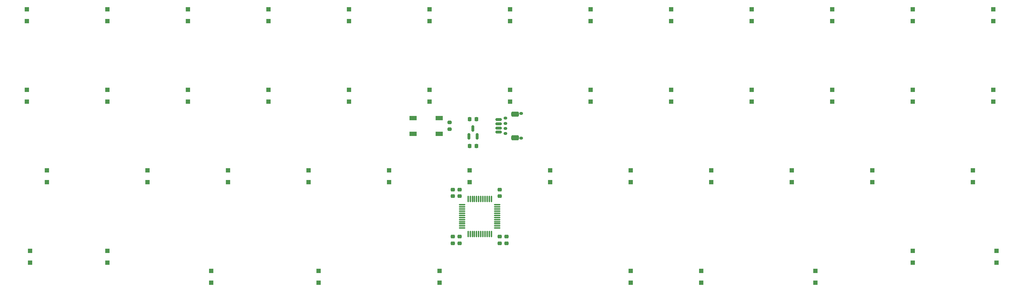
<source format=gbr>
%TF.GenerationSoftware,KiCad,Pcbnew,8.0.3*%
%TF.CreationDate,2024-09-04T21:16:44+02:00*%
%TF.ProjectId,ferntypes,6665726e-7479-4706-9573-2e6b69636164,rev?*%
%TF.SameCoordinates,Original*%
%TF.FileFunction,Paste,Bot*%
%TF.FilePolarity,Positive*%
%FSLAX46Y46*%
G04 Gerber Fmt 4.6, Leading zero omitted, Abs format (unit mm)*
G04 Created by KiCad (PCBNEW 8.0.3) date 2024-09-04 21:16:44*
%MOMM*%
%LPD*%
G01*
G04 APERTURE LIST*
G04 Aperture macros list*
%AMRoundRect*
0 Rectangle with rounded corners*
0 $1 Rounding radius*
0 $2 $3 $4 $5 $6 $7 $8 $9 X,Y pos of 4 corners*
0 Add a 4 corners polygon primitive as box body*
4,1,4,$2,$3,$4,$5,$6,$7,$8,$9,$2,$3,0*
0 Add four circle primitives for the rounded corners*
1,1,$1+$1,$2,$3*
1,1,$1+$1,$4,$5*
1,1,$1+$1,$6,$7*
1,1,$1+$1,$8,$9*
0 Add four rect primitives between the rounded corners*
20,1,$1+$1,$2,$3,$4,$5,0*
20,1,$1+$1,$4,$5,$6,$7,0*
20,1,$1+$1,$6,$7,$8,$9,0*
20,1,$1+$1,$8,$9,$2,$3,0*%
G04 Aperture macros list end*
%ADD10RoundRect,0.250000X0.300000X-0.300000X0.300000X0.300000X-0.300000X0.300000X-0.300000X-0.300000X0*%
%ADD11RoundRect,0.225000X-0.250000X0.225000X-0.250000X-0.225000X0.250000X-0.225000X0.250000X0.225000X0*%
%ADD12RoundRect,0.225000X0.225000X0.250000X-0.225000X0.250000X-0.225000X-0.250000X0.225000X-0.250000X0*%
%ADD13RoundRect,0.150000X-0.275000X0.150000X-0.275000X-0.150000X0.275000X-0.150000X0.275000X0.150000X0*%
%ADD14RoundRect,0.175000X-0.225000X0.175000X-0.225000X-0.175000X0.225000X-0.175000X0.225000X0.175000X0*%
%ADD15R,1.800000X1.100000*%
%ADD16RoundRect,0.075000X0.075000X-0.662500X0.075000X0.662500X-0.075000X0.662500X-0.075000X-0.662500X0*%
%ADD17RoundRect,0.075000X0.662500X-0.075000X0.662500X0.075000X-0.662500X0.075000X-0.662500X-0.075000X0*%
%ADD18RoundRect,0.225000X0.250000X-0.225000X0.250000X0.225000X-0.250000X0.225000X-0.250000X-0.225000X0*%
%ADD19RoundRect,0.150000X0.150000X-0.587500X0.150000X0.587500X-0.150000X0.587500X-0.150000X-0.587500X0*%
%ADD20RoundRect,0.150000X-0.625000X0.150000X-0.625000X-0.150000X0.625000X-0.150000X0.625000X0.150000X0*%
%ADD21RoundRect,0.250000X-0.650000X0.350000X-0.650000X-0.350000X0.650000X-0.350000X0.650000X0.350000X0*%
%ADD22RoundRect,0.200000X0.275000X-0.200000X0.275000X0.200000X-0.275000X0.200000X-0.275000X-0.200000X0*%
%ADD23RoundRect,0.225000X-0.225000X-0.250000X0.225000X-0.250000X0.225000X0.250000X-0.225000X0.250000X0*%
G04 APERTURE END LIST*
D10*
%TO.C,D16*%
X78581250Y-62518750D03*
X78581250Y-59718750D03*
%TD*%
D11*
%TO.C,C5*%
X142875000Y-94475000D03*
X142875000Y-96025000D03*
%TD*%
D10*
%TO.C,D10*%
X211931250Y-43468750D03*
X211931250Y-40668750D03*
%TD*%
D11*
%TO.C,C2*%
X152400000Y-94475000D03*
X152400000Y-96025000D03*
%TD*%
D10*
%TO.C,D21*%
X173831250Y-62518750D03*
X173831250Y-59718750D03*
%TD*%
%TO.C,D37*%
X240506250Y-81568750D03*
X240506250Y-78768750D03*
%TD*%
%TO.C,D28*%
X69056250Y-81568750D03*
X69056250Y-78768750D03*
%TD*%
D12*
%TO.C,C9*%
X146825000Y-73025000D03*
X145275000Y-73025000D03*
%TD*%
D10*
%TO.C,D34*%
X183356250Y-81568750D03*
X183356250Y-78768750D03*
%TD*%
D13*
%TO.C,J4*%
X153700000Y-66462500D03*
X153700000Y-67662500D03*
X153700000Y-68862500D03*
X153700000Y-70062500D03*
D14*
X157475000Y-65312500D03*
X157475000Y-71212500D03*
%TD*%
D10*
%TO.C,D42*%
X269875000Y-100618750D03*
X269875000Y-97818750D03*
%TD*%
%TO.C,D47*%
X200025000Y-105381250D03*
X200025000Y-102581250D03*
%TD*%
%TO.C,D39*%
X41275000Y-100618750D03*
X41275000Y-97818750D03*
%TD*%
%TO.C,D15*%
X59531250Y-62518750D03*
X59531250Y-59718750D03*
%TD*%
%TO.C,D13*%
X269081250Y-43468750D03*
X269081250Y-40668750D03*
%TD*%
%TO.C,D3*%
X78581250Y-43468750D03*
X78581250Y-40668750D03*
%TD*%
%TO.C,D20*%
X154781250Y-62518750D03*
X154781250Y-59718750D03*
%TD*%
%TO.C,D1*%
X40481250Y-43468750D03*
X40481250Y-40668750D03*
%TD*%
%TO.C,D11*%
X230981250Y-43468750D03*
X230981250Y-40668750D03*
%TD*%
%TO.C,D23*%
X211931250Y-62518750D03*
X211931250Y-59718750D03*
%TD*%
%TO.C,D24*%
X230981250Y-62518750D03*
X230981250Y-59718750D03*
%TD*%
%TO.C,D45*%
X138112500Y-105381250D03*
X138112500Y-102581250D03*
%TD*%
%TO.C,D7*%
X154781250Y-43468750D03*
X154781250Y-40668750D03*
%TD*%
%TO.C,D43*%
X84137500Y-105381250D03*
X84137500Y-102581250D03*
%TD*%
D11*
%TO.C,C7*%
X141287500Y-94475000D03*
X141287500Y-96025000D03*
%TD*%
D10*
%TO.C,D25*%
X250031250Y-62518750D03*
X250031250Y-59718750D03*
%TD*%
%TO.C,D6*%
X135731250Y-43468750D03*
X135731250Y-40668750D03*
%TD*%
D15*
%TO.C,SW3*%
X138037500Y-66412500D03*
X131837500Y-66412500D03*
X138037500Y-70112500D03*
X131837500Y-70112500D03*
%TD*%
D10*
%TO.C,D30*%
X107156250Y-81568750D03*
X107156250Y-78768750D03*
%TD*%
D16*
%TO.C,U3*%
X150387500Y-93856250D03*
X149887500Y-93856250D03*
X149387500Y-93856250D03*
X148887500Y-93856250D03*
X148387500Y-93856250D03*
X147887500Y-93856250D03*
X147387500Y-93856250D03*
X146887500Y-93856250D03*
X146387500Y-93856250D03*
X145887500Y-93856250D03*
X145387500Y-93856250D03*
X144887500Y-93856250D03*
D17*
X143475000Y-92443750D03*
X143475000Y-91943750D03*
X143475000Y-91443750D03*
X143475000Y-90943750D03*
X143475000Y-90443750D03*
X143475000Y-89943750D03*
X143475000Y-89443750D03*
X143475000Y-88943750D03*
X143475000Y-88443750D03*
X143475000Y-87943750D03*
X143475000Y-87443750D03*
X143475000Y-86943750D03*
D16*
X144887500Y-85531250D03*
X145387500Y-85531250D03*
X145887500Y-85531250D03*
X146387500Y-85531250D03*
X146887500Y-85531250D03*
X147387500Y-85531250D03*
X147887500Y-85531250D03*
X148387500Y-85531250D03*
X148887500Y-85531250D03*
X149387500Y-85531250D03*
X149887500Y-85531250D03*
X150387500Y-85531250D03*
D17*
X151800000Y-86943750D03*
X151800000Y-87443750D03*
X151800000Y-87943750D03*
X151800000Y-88443750D03*
X151800000Y-88943750D03*
X151800000Y-89443750D03*
X151800000Y-89943750D03*
X151800000Y-90443750D03*
X151800000Y-90943750D03*
X151800000Y-91443750D03*
X151800000Y-91943750D03*
X151800000Y-92443750D03*
%TD*%
D10*
%TO.C,D26*%
X269081250Y-62518750D03*
X269081250Y-59718750D03*
%TD*%
%TO.C,D8*%
X173831250Y-43468750D03*
X173831250Y-40668750D03*
%TD*%
%TO.C,D31*%
X126206250Y-81568750D03*
X126206250Y-78768750D03*
%TD*%
%TO.C,D46*%
X183356250Y-105381250D03*
X183356250Y-102581250D03*
%TD*%
%TO.C,D36*%
X221456250Y-81568750D03*
X221456250Y-78768750D03*
%TD*%
%TO.C,D40*%
X59531250Y-100618750D03*
X59531250Y-97818750D03*
%TD*%
D18*
%TO.C,C1*%
X152400000Y-84912500D03*
X152400000Y-83362500D03*
%TD*%
%TO.C,C6*%
X142875000Y-84912500D03*
X142875000Y-83362500D03*
%TD*%
D10*
%TO.C,D17*%
X97631250Y-62518750D03*
X97631250Y-59718750D03*
%TD*%
D19*
%TO.C,U2*%
X147000000Y-70787500D03*
X145100000Y-70787500D03*
X146050000Y-68912500D03*
%TD*%
D10*
%TO.C,D27*%
X45243750Y-81568750D03*
X45243750Y-78768750D03*
%TD*%
%TO.C,D44*%
X109537500Y-105381250D03*
X109537500Y-102581250D03*
%TD*%
%TO.C,D48*%
X227012500Y-105381250D03*
X227012500Y-102581250D03*
%TD*%
%TO.C,D22*%
X192881250Y-62518750D03*
X192881250Y-59718750D03*
%TD*%
D18*
%TO.C,C4*%
X141287500Y-84912500D03*
X141287500Y-83362500D03*
%TD*%
D10*
%TO.C,D35*%
X202406250Y-81568750D03*
X202406250Y-78768750D03*
%TD*%
D20*
%TO.C,J3*%
X152093947Y-66762500D03*
X152093947Y-67762500D03*
X152093947Y-68762500D03*
X152093947Y-69762500D03*
D21*
X155968947Y-65462500D03*
X155968947Y-71062500D03*
%TD*%
D10*
%TO.C,D12*%
X250031250Y-43468750D03*
X250031250Y-40668750D03*
%TD*%
%TO.C,D32*%
X145256250Y-81568750D03*
X145256250Y-78768750D03*
%TD*%
%TO.C,D33*%
X164306250Y-81568750D03*
X164306250Y-78768750D03*
%TD*%
%TO.C,D29*%
X88106250Y-81568750D03*
X88106250Y-78768750D03*
%TD*%
%TO.C,D2*%
X59531250Y-43468750D03*
X59531250Y-40668750D03*
%TD*%
%TO.C,D41*%
X250031250Y-100618750D03*
X250031250Y-97818750D03*
%TD*%
D22*
%TO.C,R1*%
X140493750Y-69087500D03*
X140493750Y-67437500D03*
%TD*%
D10*
%TO.C,D4*%
X97631250Y-43468750D03*
X97631250Y-40668750D03*
%TD*%
D23*
%TO.C,C8*%
X145275000Y-66675000D03*
X146825000Y-66675000D03*
%TD*%
D11*
%TO.C,C3*%
X153987500Y-94475000D03*
X153987500Y-96025000D03*
%TD*%
D10*
%TO.C,D14*%
X40481250Y-62518750D03*
X40481250Y-59718750D03*
%TD*%
%TO.C,D18*%
X116681250Y-62518750D03*
X116681250Y-59718750D03*
%TD*%
%TO.C,D38*%
X264318750Y-81568750D03*
X264318750Y-78768750D03*
%TD*%
%TO.C,D9*%
X192881250Y-43468750D03*
X192881250Y-40668750D03*
%TD*%
%TO.C,D5*%
X116681250Y-43468750D03*
X116681250Y-40668750D03*
%TD*%
%TO.C,D19*%
X135731250Y-62518750D03*
X135731250Y-59718750D03*
%TD*%
M02*

</source>
